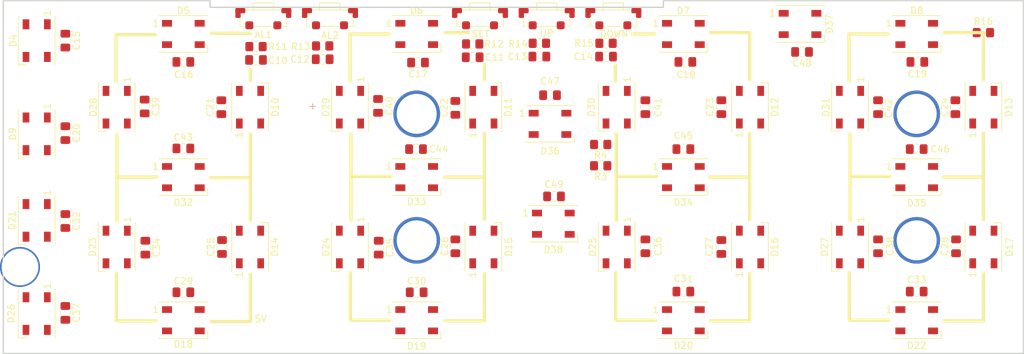
<source format=kicad_pcb>
(kicad_pcb (version 20211014) (generator pcbnew)
  (layers (0 "F.Cu" signal) (31 "B.Cu" signal) (34 "B.Paste" user) (35 "F.Paste" user) (36 "B.SilkS" user "B.Silkscreen") (37 "F.SilkS" user "F.Silkscreen") (38 "B.Mask" user) (39 "F.Mask" user) (44 "Edge.Cuts" user))
  (net 0 "")
  (net 1 "GND")
  (net 2 "+5V")
  (net 3 "BT_ALARM1")
  (net 4 "BT_SETUP")
  (net 5 "BT_ALARM2")
  (net 6 "BT_UP")
  (net 7 "BT_DOWN")
  (net 8 "Net-(D4-Pad2)")
  (net 9 "connect_6")
  (net 10 "Net-(D10-Pad4)")
  (net 11 "connect_5")
  (net 12 "Net-(D11-Pad4)")
  (net 13 "connect_4")
  (net 14 "Net-(D12-Pad4)")
  (net 15 "connect_2")
  (net 16 "Net-(D13-Pad4)")
  (net 17 "Net-(D8-Pad4)")
  (net 18 "connect_7")
  (net 19 "Net-(D10-Pad2)")
  (net 20 "Net-(D11-Pad2)")
  (net 21 "Net-(D12-Pad2)")
  (net 22 "Net-(D13-Pad2)")
  (net 23 "Net-(D14-Pad2)")
  (net 24 "Net-(D15-Pad2)")
  (net 25 "Net-(D16-Pad2)")
  (net 26 "Net-(D17-Pad2)")
  (net 27 "Net-(D18-Pad2)")
  (net 28 "Net-(D19-Pad2)")
  (net 29 "Net-(D20-Pad2)")
  (net 30 "Net-(D21-Pad2)")
  (net 31 "Net-(D22-Pad2)")
  (net 32 "Net-(D23-Pad2)")
  (net 33 "Net-(D24-Pad2)")
  (net 34 "Net-(D25-Pad2)")
  (net 35 "Net-(D27-Pad2)")
  (net 36 "Net-(D28-Pad2)")
  (net 37 "Net-(D29-Pad2)")
  (net 38 "Net-(D30-Pad2)")
  (net 39 "Net-(D31-Pad2)")
  (net 40 "connect_3")
  (net 41 "connect_1")
  (net 42 "Net-(D36-Pad2)")
  (net 43 "SDA")
  (net 44 "SCL")
  (net 45 "ControlLed")
  (footprint "Button_Switch_SMD:SW_Push_1P1T-3x6" (layer "F.Cu") (at 101.5 22.4)
    (fp_text reference "UP1" hide)
    (fp_text value "SW_Push" hide)
    (pad "" smd roundrect locked (at 3.45 -0.9) (size 1.5 0.8) (layers "F.Cu" "F.Paste" "F.Mask"))
    (pad "" smd roundrect locked (at -3.45 -0.9) (size 1.5 0.8) (layers "F.Cu" "F.Paste" "F.Mask"))
    (pad "" smd roundrect locked (at 3.8 -0.55) (size 0.8 1.5) (layers "F.Cu" "F.Paste" "F.Mask"))
    (pad "" smd roundrect locked (at -3.8 -0.55) (size 0.8 1.5) (layers "F.Cu" "F.Paste" "F.Mask"))
    (pad "" np_thru_hole circle locked (at 1.15 0) (size 0.8 0.8) (drill 0.8) (layers F&B.Cu *.Mask))
    (pad "" np_thru_hole circle locked (at -1.15 0) (size 0.8 0.8) (drill 0.8) (layers F&B.Cu *.Mask))
    (pad "1" smd roundrect locked (at -2.1 1.3) (size 1.2 1.2) (layers "F.Cu" "F.Paste" "F.Mask") (net 6 "BT_UP"))
    (pad "2" smd roundrect locked (at 2.1 1.3) (size 1.2 1.2) (layers "F.Cu" "F.Paste" "F.Mask") (net 1 "GND"))
  )
  (footprint "LED_SMD:LED_WS2812B_PLCC4_5.0x5.0mm_P3.2mm" (layer "F.Cu") (at 112 57 -90)
    (fp_text reference "D25" (at 0 3.6 90) (layer "F.SilkS"))
    (fp_text value "WS2812B" hide)
    (fp_text user "1" (at -4.15 -1.6 90) (layer "F.SilkS"))
    (pad "1" smd rect locked (at -2.45 -1.6 270) (size 1.5 1) (layers "F.Cu" "F.Paste" "F.Mask") (net 2 "+5V"))
    (pad "2" smd rect locked (at -2.45 1.6 270) (size 1.5 1) (layers "F.Cu" "F.Paste" "F.Mask") (net 34 "Net-(D25-Pad2)"))
    (pad "3" smd rect locked (at 2.45 1.6 270) (size 1.5 1) (layers "F.Cu" "F.Paste" "F.Mask") (net 1 "GND"))
    (pad "4" smd rect locked (at 2.45 -1.6 270) (size 1.5 1) (layers "F.Cu" "F.Paste" "F.Mask") (net 29 "Net-(D20-Pad2)"))
  )
  (footprint "Capacitor_SMD:C_0805_2012Metric_Pad1.18x1.45mm_HandSolder" (layer "F.Cu") (at 157 42.3)
    (fp_text reference "C46" (at 3.5 0) (layer "F.SilkS"))
    (fp_text value "100nF" hide)
    (pad "1" smd roundrect locked (at -1.0375 0) (size 1.175 1.45) (layers "F.Cu" "F.Paste" "F.Mask") (roundrect_rratio 0.2127659574) (net 2 "+5V"))
    (pad "2" smd roundrect locked (at 1.0375 0) (size 1.175 1.45) (layers "F.Cu" "F.Paste" "F.Mask") (roundrect_rratio 0.2127659574) (net 1 "GND"))
  )
  (footprint "Capacitor_SMD:C_0805_2012Metric_Pad1.18x1.45mm_HandSolder" (layer "F.Cu") (at 82 63.8)
    (fp_text reference "C30" (at 0 -1.68) (layer "F.SilkS"))
    (fp_text value "100nF" hide)
    (pad "1" smd roundrect (at -1.0375 0) (size 1.175 1.45) (layers "F.Cu" "F.Paste" "F.Mask") (roundrect_rratio 0.2127659574) (net 2 "+5V"))
    (pad "2" smd roundrect (at 1.0375 0) (size 1.175 1.45) (layers "F.Cu" "F.Paste" "F.Mask") (roundrect_rratio 0.2127659574) (net 1 "GND"))
  )
  (footprint "Capacitor_SMD:C_0805_2012Metric_Pad1.18x1.45mm_HandSolder" (layer "F.Cu") (at 110.4 28.4 180)
    (fp_text reference "C14" (at 3.4 0) (layer "F.SilkS"))
    (fp_text value "100nF")
    (pad "1" smd roundrect (at -1.0375 0 180) (size 1.175 1.45) (layers "F.Cu" "F.Paste" "F.Mask") (roundrect_rratio 0.2127659574) (net 1 "GND"))
    (pad "2" smd roundrect (at 1.0375 0 180) (size 1.175 1.45) (layers "F.Cu" "F.Paste" "F.Mask") (roundrect_rratio 0.2127659574) (net 7 "BT_DOWN"))
  )
  (footprint "LED_SMD:LED_WS2812B_PLCC4_5.0x5.0mm_P3.2mm" (layer "F.Cu") (at 132 57 90)
    (fp_text reference "D16" (at 0 3.7 90) (layer "F.SilkS"))
    (fp_text value "WS2812B" hide)
    (fp_text user "1" (at -4.15 -1.6 90) (layer "F.SilkS"))
    (pad "1" smd rect locked (at -2.45 -1.6 90) (size 1.5 1) (layers "F.Cu" "F.Paste" "F.Mask") (net 2 "+5V"))
    (pad "2" smd rect locked (at -2.45 1.6 90) (size 1.5 1) (layers "F.Cu" "F.Paste" "F.Mask") (net 25 "Net-(D16-Pad2)"))
    (pad "3" smd rect locked (at 2.45 1.6 90) (size 1.5 1) (layers "F.Cu" "F.Paste" "F.Mask") (net 1 "GND"))
    (pad "4" smd rect locked (at 2.45 -1.6 90) (size 1.5 1) (layers "F.Cu" "F.Paste" "F.Mask") (net 21 "Net-(D12-Pad2)"))
  )
  (footprint "LED_SMD:LED_WS2812B_PLCC4_5.0x5.0mm_P3.2mm" (layer "F.Cu") (at 167 57 90)
    (fp_text reference "D17" (at 0 3.9 90) (layer "F.SilkS"))
    (fp_text value "WS2812B" hide)
    (fp_text user "1" (at -4.15 -1.6 90) (layer "F.SilkS"))
    (pad "1" smd rect locked (at -2.45 -1.6 90) (size 1.5 1) (layers "F.Cu" "F.Paste" "F.Mask") (net 2 "+5V"))
    (pad "2" smd rect locked (at -2.45 1.6 90) (size 1.5 1) (layers "F.Cu" "F.Paste" "F.Mask") (net 26 "Net-(D17-Pad2)"))
    (pad "3" smd rect locked (at 2.45 1.6 90) (size 1.5 1) (layers "F.Cu" "F.Paste" "F.Mask") (net 1 "GND"))
    (pad "4" smd rect locked (at 2.45 -1.6 90) (size 1.5 1) (layers "F.Cu" "F.Paste" "F.Mask") (net 22 "Net-(D13-Pad2)"))
  )
  (footprint "LED_SMD:LED_WS2812B_PLCC4_5.0x5.0mm_P3.2mm" (layer "F.Cu") (at 37 36 -90)
    (fp_text reference "D28" (at 0 3.5 90) (layer "F.SilkS"))
    (fp_text value "WS2812B" hide)
    (fp_text user "1" (at -4.15 -1.6 90) (layer "F.SilkS"))
    (pad "1" smd rect locked (at -2.45 -1.6 270) (size 1.5 1) (layers "F.Cu" "F.Paste" "F.Mask") (net 2 "+5V"))
    (pad "2" smd rect locked (at -2.45 1.6 270) (size 1.5 1) (layers "F.Cu" "F.Paste" "F.Mask") (net 36 "Net-(D28-Pad2)"))
    (pad "3" smd rect locked (at 2.45 1.6 270) (size 1.5 1) (layers "F.Cu" "F.Paste" "F.Mask") (net 1 "GND"))
    (pad "4" smd rect locked (at 2.45 -1.6 270) (size 1.5 1) (layers "F.Cu" "F.Paste" "F.Mask") (net 32 "Net-(D23-Pad2)"))
  )
  (footprint "Capacitor_SMD:C_0805_2012Metric_Pad1.18x1.45mm_HandSolder" (layer "F.Cu") (at 122 42.3)
    (fp_text reference "C45" (at 0 -2) (layer "F.SilkS"))
    (fp_text value "100nF" hide)
    (pad "1" smd roundrect (at -1.0375 0) (size 1.175 1.45) (layers "F.Cu" "F.Paste" "F.Mask") (roundrect_rratio 0.2127659574) (net 2 "+5V"))
    (pad "2" smd roundrect (at 1.0375 0) (size 1.175 1.45) (layers "F.Cu" "F.Paste" "F.Mask") (roundrect_rratio 0.2127659574) (net 1 "GND"))
  )
  (footprint "LED_SMD:LED_WS2812B_PLCC4_5.0x5.0mm_P3.2mm" (layer "F.Cu") (at 122 68)
    (fp_text reference "D20" (at 0 3.8) (layer "F.SilkS"))
    (fp_text value "WS2812B" hide)
    (fp_text user "1" (at -4.15 -1.6) (layer "F.SilkS"))
    (pad "1" smd rect locked (at -2.45 -1.6) (size 1.5 1) (layers "F.Cu" "F.Paste" "F.Mask") (net 2 "+5V"))
    (pad "2" smd rect locked (at -2.45 1.6) (size 1.5 1) (layers "F.Cu" "F.Paste" "F.Mask") (net 29 "Net-(D20-Pad2)"))
    (pad "3" smd rect locked (at 2.45 1.6) (size 1.5 1) (layers "F.Cu" "F.Paste" "F.Mask") (net 1 "GND"))
    (pad "4" smd rect locked (at 2.45 -1.6) (size 1.5 1) (layers "F.Cu" "F.Paste" "F.Mask") (net 25 "Net-(D16-Pad2)"))
  )
  (footprint "LED_SMD:LED_WS2812B_PLCC4_5.0x5.0mm_P3.2mm" (layer "F.Cu") (at 25 53 -90)
    (fp_text reference "D21" (at 0 3.7 90) (layer "F.SilkS"))
    (fp_text value "WS2812B" hide)
    (fp_text user "1" (at -4.15 -1.6 90) (layer "F.SilkS"))
    (pad "1" smd rect locked (at -2.45 -1.6 270) (size 1.5 1) (layers "F.Cu" "F.Paste" "F.Mask") (net 2 "+5V"))
    (pad "2" smd rect locked (at -2.45 1.6 270) (size 1.5 1) (layers "F.Cu" "F.Paste" "F.Mask") (net 30 "Net-(D21-Pad2)"))
    (pad "3" smd rect locked (at 2.45 1.6 270) (size 1.5 1) (layers "F.Cu" "F.Paste" "F.Mask") (net 1 "GND"))
    (pad "4" smd rect locked (at 2.45 -1.6 270) (size 1.5 1) (layers "F.Cu" "F.Paste" "F.Mask") (net 18 "connect_7"))
  )
  (footprint "Capacitor_SMD:C_0805_2012Metric_Pad1.18x1.45mm_HandSolder" (layer "F.Cu") (at 162.8 36 90)
    (fp_text reference "C24" (at 0 -1.6 90) (layer "F.SilkS"))
    (fp_text value "100nF" hide)
    (pad "1" smd roundrect locked (at -1.0375 0 90) (size 1.175 1.45) (layers "F.Cu" "F.Paste" "F.Mask") (roundrect_rratio 0.2127659574) (net 2 "+5V"))
    (pad "2" smd roundrect locked (at 1.0375 0 90) (size 1.175 1.45) (layers "F.Cu" "F.Paste" "F.Mask") (roundrect_rratio 0.2127659574) (net 1 "GND"))
  )
  (footprint "Resistor_SMD:R_0805_2012Metric_Pad1.20x1.40mm_HandSolder" (layer "F.Cu") (at 167 24.8 180)
    (fp_text reference "R16" (at 0 1.7) (layer "F.SilkS"))
    (fp_text value "330")
    (pad "1" smd roundrect locked (at -1 0 180) (size 1.2 1.4) (layers "F.Cu" "F.Paste" "F.Mask") (roundrect_rratio 0.2083333333) (net 45 "ControlLed"))
    (pad "2" smd roundrect locked (at 1 0 180) (size 1.2 1.4) (layers "F.Cu" "F.Paste" "F.Mask") (roundrect_rratio 0.2083333333) (net 17 "Net-(D8-Pad4)"))
  )
  (footprint "Resistor_SMD:R_0805_2012Metric_Pad1.20x1.40mm_HandSolder" (layer "F.Cu") (at 109.6 44.8 180)
    (fp_text reference "R3" (at 0 -1.65) (layer "F.SilkS"))
    (fp_text value "10K" hide)
    (pad "1" smd roundrect (at -1 0 180) (size 1.2 1.4) (layers "F.Cu" "F.Paste" "F.Mask") (roundrect_rratio 0.2083333333) (net 43 "SDA"))
    (pad "2" smd roundrect (at 1 0 180) (size 1.2 1.4) (layers "F.Cu" "F.Paste" "F.Mask") (roundrect_rratio 0.2083333333) (net 2 "+5V"))
  )
  (footprint "Capacitor_SMD:C_0805_2012Metric_Pad1.18x1.45mm_HandSolder" (layer "F.Cu") (at 82.2 29.3)
    (fp_text reference "C17" (at 0 1.7) (layer "F.SilkS"))
    (fp_text value "100nF" hide)
    (pad "1" smd roundrect (at -1.0375 0) (size 1.175 1.45) (layers "F.Cu" "F.Paste" "F.Mask") (roundrect_rratio 0.2127659574) (net 2 "+5V"))
    (pad "2" smd roundrect (at 1.0375 0) (size 1.175 1.45) (layers "F.Cu" "F.Paste" "F.Mask") (roundrect_rratio 0.2127659574) (net 1 "GND"))
  )
  (footprint "Capacitor_SMD:C_0805_2012Metric_Pad1.18x1.45mm_HandSolder" (layer "F.Cu") (at 122.3 29.2)
    (fp_text reference "C18" (at 0.1 1.9) (layer "F.SilkS"))
    (fp_text value "100nF" hide)
    (pad "1" smd roundrect (at -1.0375 0) (size 1.175 1.45) (layers "F.Cu" "F.Paste" "F.Mask") (roundrect_rratio 0.2127659574) (net 2 "+5V"))
    (pad "2" smd roundrect (at 1.0375 0) (size 1.175 1.45) (layers "F.Cu" "F.Paste" "F.Mask") (roundrect_rratio 0.2127659574) (net 1 "GND"))
  )
  (footprint "Capacitor_SMD:C_0805_2012Metric_Pad1.18x1.45mm_HandSolder" (layer "F.Cu") (at 116.3 36 -90)
    (fp_text reference "C41" (at 0 -1.9 90) (layer "F.SilkS"))
    (fp_text value "100nF" hide)
    (pad "1" smd roundrect (at -1.0375 0 270) (size 1.175 1.45) (layers "F.Cu" "F.Paste" "F.Mask") (roundrect_rratio 0.2127659574) (net 2 "+5V"))
    (pad "2" smd roundrect (at 1.0375 0 270) (size 1.175 1.45) (layers "F.Cu" "F.Paste" "F.Mask") (roundrect_rratio 0.2127659574) (net 1 "GND"))
  )
  (footprint "Button_Switch_SMD:SW_Push_1P1T-3x6" (layer "F.Cu") (at 111.5 22.4)
    (fp_text reference "DOWN1" hide)
    (fp_text value "SW_Push" hide)
    (pad "" np_thru_hole circle locked (at -1.15 0) (size 0.8 0.8) (drill 0.8) (layers F&B.Cu *.Mask))
    (pad "" smd roundrect locked (at 3.45 -0.9) (size 1.5 0.8) (layers "F.Cu" "F.Paste" "F.Mask"))
    (pad "" smd roundrect locked (at -3.8 -0.55) (size 0.8 1.5) (layers "F.Cu" "F.Paste" "F.Mask"))
    (pad "" np_thru_hole circle locked (at 1.15 0) (size 0.8 0.8) (drill 0.8) (layers F&B.Cu *.Mask))
    (pad "" smd roundrect locked (at 3.8 -0.55) (size 0.8 1.5) (layers "F.Cu" "F.Paste" "F.Mask"))
    (pad "" smd roundrect locked (at -3.45 -0.9) (size 1.5 0.8) (layers "F.Cu" "F.Paste" "F.Mask"))
    (pad "1" smd roundrect locked (at -2.1 1.3) (size 1.2 1.2) (layers "F.Cu" "F.Paste" "F.Mask") (net 7 "BT_DOWN"))
    (pad "2" smd roundrect locked (at 2.1 1.3) (size 1.2 1.2) (layers "F.Cu" "F.Paste" "F.Mask") (net 1 "GND"))
  )
  (footprint "LED_SMD:LED_WS2812B_PLCC4_5.0x5.0mm_P3.2mm" (layer "F.Cu") (at 82 46.5)
    (fp_text reference "D33" (at 0 3.7) (layer "F.SilkS"))
    (fp_text value "WS2812B" hide)
    (fp_text user "1" (at -4.15 -1.6) (layer "F.SilkS"))
    (pad "1" smd rect locked (at -2.45 -1.6) (size 1.5 1) (layers "F.Cu" "F.Paste" "F.Mask") (net 2 "+5V"))
    (pad "2" smd rect locked (at -2.45 1.6) (size 1.5 1) (layers "F.Cu" "F.Paste" "F.Mask") (net 11 "connect_5"))
    (pad "3" smd rect locked (at 2.45 1.6) (size 1.5 1) (layers "F.Cu" "F.Paste" "F.Mask") (net 1 "GND"))
    (pad "4" smd rect locked (at 2.45 -1.6) (size 1.5 1) (layers "F.Cu" "F.Paste" "F.Mask") (net 37 "Net-(D29-Pad2)"))
  )
  (footprint "Capacitor_SMD:C_0805_2012Metric_Pad1.18x1.45mm_HandSolder" (layer "F.Cu") (at 90.4 28.5 180)
    (fp_text reference "C11" (at -3.3 0) (layer "F.SilkS"))
    (fp_text value "100nF")
    (pad "1" smd roundrect (at -1.0375 0 180) (size 1.175 1.45) (layers "F.Cu" "F.Paste" "F.Mask") (roundrect_rratio 0.2127659574) (net 1 "GND"))
    (pad "2" smd roundrect (at 1.0375 0 180) (size 1.175 1.45) (layers "F.Cu" "F.Paste" "F.Mask") (roundrect_rratio 0.2127659574) (net 4 "BT_SETUP"))
  )
  (footprint "LED_SMD:LED_WS2812B_PLCC4_5.0x5.0mm_P3.2mm" (layer "F.Cu") (at 47 68)
    (fp_text reference "D18" (at 0 3.6) (layer "F.SilkS"))
    (fp_text value "WS2812B" hide)
    (fp_text user "1" (at -4.15 -1.6) (layer "F.SilkS"))
    (pad "1" smd rect locked (at -2.45 -1.6) (size 1.5 1) (layers "F.Cu" "F.Paste" "F.Mask") (net 2 "+5V"))
    (pad "2" smd rect locked (at -2.45 1.6) (size 1.5 1) (layers "F.Cu" "F.Paste" "F.Mask") (net 27 "Net-(D18-Pad2)"))
    (pad "3" smd rect locked (at 2.45 1.6) (size 1.5 1) (layers "F.Cu" "F.Paste" "F.Mask") (net 1 "GND"))
    (pad "4" smd rect locked (at 2.45 -1.6) (size 1.5 1) (layers "F.Cu" "F.Paste" "F.Mask") (net 23 "Net-(D14-Pad2)"))
  )
  (footprint "Capacitor_SMD:C_0805_2012Metric_Pad1.18x1.45mm_HandSolder" (layer "F.Cu") (at 102.6 49.4)
    (fp_text reference "C49" (at 0 -1.8) (layer "F.SilkS"))
    (fp_text value "100nF" hide)
    (pad "1" smd roundrect (at -1.0375 0) (size 1.175 1.45) (layers "F.Cu" "F.Paste" "F.Mask") (roundrect_rratio 0.2127659574) (net 2 "+5V"))
    (pad "2" smd roundrect (at 1.0375 0) (size 1.175 1.45) (layers "F.Cu" "F.Paste" "F.Mask") (roundrect_rratio 0.2127659574) (net 1 "GND"))
  )
  (footprint "LED_SMD:LED_WS2812B_PLCC4_5.0x5.0mm_P3.2mm" (layer "F.Cu") (at 157 46.5)
    (fp_text reference "D35" (at 0 3.9) (layer "F.SilkS"))
    (fp_text value "WS2812B" hide)
    (fp_text user "1" (at -4.15 -1.6) (layer "F.SilkS"))
    (pad "1" smd rect locked (at -2.45 -1.6) (size 1.5 1) (layers "F.Cu" "F.Paste" "F.Mask") (net 2 "+5V"))
    (pad "2" smd rect locked (at -2.45 1.6) (size 1.5 1) (layers "F.Cu" "F.Paste" "F.Mask") (net 41 "connect_1"))
    (pad "3" smd rect locked (at 2.45 1.6) (size 1.5 1) (layers "F.Cu" "F.Paste" "F.Mask") (net 1 "GND"))
    (pad "4" smd rect locked (at 2.45 -1.6) (size 1.5 1) (layers "F.Cu" "F.Paste" "F.Mask") (net 39 "Net-(D31-Pad2)"))
  )
  (footprint "LED_SMD:LED_WS2812B_PLCC4_5.0x5.0mm_P3.2mm" (layer "F.Cu") (at 112 36 -90)
    (fp_text reference "D30" (at 0 3.8 90) (layer "F.SilkS"))
    (fp_text value "WS2812B" hide)
    (fp_text user "1" (at -4.15 -1.6 90) (layer "F.SilkS"))
    (pad "1" smd rect locked (at -2.45 -1.6 270) (size 1.5 1) (layers "F.Cu" "F.Paste" "F.Mask") (net 2 "+5V"))
    (pad "2" smd rect locked (at -2.45 1.6 270) (size 1.5 1) (layers "F.Cu" "F.Paste" "F.Mask") (net 38 "Net-(D30-Pad2)"))
    (pad "3" smd rect locked (at 2.45 1.6 270) (size 1.5 1) (layers "F.Cu" "F.Paste" "F.Mask") (net 1 "GND"))
    (pad "4" smd rect locked (at 2.45 -1.6 270) (size 1.5 1) (layers "F.Cu" "F.Paste" "F.Mask") (net 34 "Net-(D25-Pad2)"))
  )
  (footprint "LED_SMD:LED_WS2812B_PLCC4_5.0x5.0mm_P3.2mm" (layer "F.Cu") (at 167 36 90)
    (fp_text reference "D13" (at 0 3.8 90) (layer "F.SilkS"))
    (fp_text value "WS2812B" hide)
    (fp_text user "1" (at -4.15 -1.6 90) (layer "F.SilkS"))
    (pad "1" smd rect locked (at -2.45 -1.6 90) (size 1.5 1) (layers "F.Cu" "F.Paste" "F.Mask") (net 2 "+5V"))
    (pad "2" smd rect locked (at -2.45 1.6 90) (size 1.5 1) (layers "F.Cu" "F.Paste" "F.Mask") (net 22 "Net-(D13-Pad2)"))
    (pad "3" smd rect locked (at 2.45 1.6 90) (size 1.5 1) (layers "F.Cu" "F.Paste" "F.Mask") (net 1 "GND"))
    (pad "4" smd rect locked (at 2.45 -1.6 90) (size 1.5 1) (layers "F.Cu" "F.Paste" "F.Mask") (net 16 "Net-(D13-Pad4)"))
  )
  (footprint "Resistor_SMD:R_0805_2012Metric_Pad1.20x1.40mm_HandSolder" (layer "F.Cu") (at 67.9 26.8)
    (fp_text reference "R13" (at -3.3 0.1) (layer "F.SilkS"))
    (fp_text value "100")
    (pad "1" smd roundrect (at -1 0) (size 1.2 1.4) (layers "F.Cu" "F.Paste" "F.Mask") (roundrect_rratio 0.2083333333) (net 5 "BT_ALARM2"))
    (pad "2" smd roundrect (at 1 0) (size 1.2 1.4) (layers "F.Cu" "F.Paste" "F.Mask") (roundrect_rratio 0.2083333333) (net 2 "+5V"))
  )
  (footprint "Button_Switch_SMD:SW_Push_1P1T-3x6" (layer "F.Cu") (at 69 22.4)
    (fp_text reference "AL2" hide)
    (fp_text value "SW_Push" hide)
    (pad "" np_thru_hole circle locked (at -1.15 0) (size 0.8 0.8) (drill 0.8) (layers F&B.Cu *.Mask))
    (pad "" smd roundrect locked (at 3.45 -0.9) (size 1.5 0.8) (layers "F.Cu" "F.Paste" "F.Mask"))
    (pad "" smd roundrect locked (at 3.8 -0.55) (size 0.8 1.5) (layers "F.Cu" "F.Paste" "F.Mask"))
    (pad "" smd roundrect locked (at -3.45 -0.9) (size 1.5 0.8) (layers "F.Cu" "F.Paste" "F.Mask"))
    (pad "" smd roundrect locked (at -3.8 -0.55) (size 0.8 1.5) (layers "F.Cu" "F.Paste" "F.Mask"))
    (pad "" np_thru_hole circle locked (at 1.15 0) (size 0.8 0.8) (drill 0.8) (layers F&B.Cu *.Mask))
    (pad "1" smd roundrect locked (at -2.1 1.3) (size 1.2 1.2) (layers "F.Cu" "F.Paste" "F.Mask") (net 5 "BT_ALARM2"))
    (pad "2" smd roundrect locked (at 2.1 1.3) (size 1.2 1.2) (layers "F.Cu" "F.Paste" "F.Mask") (net 1 "GND"))
  )
  (footprint "LED_SMD:LED_WS2812B_PLCC4_5.0x5.0mm_P3.2mm" (layer "F.Cu") (at 132 36 90)
    (fp_text reference "D12" (at 0 3.7 90) (layer "F.SilkS"))
    (fp_text value "WS2812B" hide)
    (fp_text user "1" (at -4.15 -1.6 90) (layer "F.SilkS"))
    (pad "1" smd rect locked (at -2.45 -1.6 90) (size 1.5 1) (layers "F.Cu" "F.Paste" "F.Mask") (net 2 "+5V"))
    (pad "2" smd rect locked (at -2.45 1.6 90) (size 1.5 1) (layers "F.Cu" "F.Paste" "F.Mask") (net 21 "Net-(D12-Pad2)"))
    (pad "3" smd rect locked (at 2.45 1.6 90) (size 1.5 1) (layers "F.Cu" "F.Paste" "F.Mask") (net 1 "GND"))
    (pad "4" smd rect locked (at 2.45 -1.6 90) (size 1.5 1) (layers "F.Cu" "F.Paste" "F.Mask") (net 14 "Net-(D12-Pad4)"))
  )
  (footprint "Capacitor_SMD:C_0805_2012Metric_Pad1.18x1.45mm_HandSolder" (layer "F.Cu") (at 57.9 28.9 180)
    (fp_text reference "C10" (at -3.3 -0.1) (layer "F.SilkS"))
    (fp_text value "100nF")
    (pad "1" smd roundrect (at -1.0375 0 180) (size 1.175 1.45) (layers "F.Cu" "F.Paste" "F.Mask") (roundrect_rratio 0.2127659574) (net 1 "GND"))
    (pad "2" smd roundrect (at 1.0375 0 180) (size 1.175 1.45) (layers "F.Cu" "F.Paste" "F.Mask") (roundrect_rratio 0.2127659574) (net 3 "BT_ALARM1"))
  )
  (footprint "Capacitor_SMD:C_0805_2012Metric_Pad1.18x1.45mm_HandSolder" (layer "F.Cu") (at 162.9 56.9 90)
    (fp_text reference "C28" (at 0 -1.7 90) (layer "F.SilkS"))
    (fp_text value "100nF" hide)
    (pad "1" smd roundrect locked (at -1.0375 0 90) (size 1.175 1.45) (layers "F.Cu" "F.Paste" "F.Mask") (roundrect_rratio 0.2127659574) (net 2 "+5V"))
    (pad "2" smd roundrect locked (at 1.0375 0 90) (size 1.175 1.45) (layers "F.Cu" "F.Paste" "F.Mask") (roundrect_rratio 0.2127659574) (net 1 "GND"))
  )
  (footprint "Capacitor_SMD:C_0805_2012Metric_Pad1.18x1.45mm_HandSolder" (layer "F.Cu") (at 29.3 26 -90)
    (fp_text reference "C15" (at 0 -1.68 90) (layer "F.SilkS"))
    (fp_text value "100nF" hide)
    (pad "1" smd roundrect (at -1.0375 0 270) (size 1.175 1.45) (layers "F.Cu" "F.Paste" "F.Mask") (roundrect_rratio 0.2127659574) (net 2 "+5V"))
    (pad "2" smd roundrect (at 1.0375 0 270) (size 1.175 1.45) (layers "F.Cu" "F.Paste" "F.Mask") (roundrect_rratio 0.2127659574) (net 1 "GND"))
  )
  (footprint "Capacitor_SMD:C_0805_2012Metric_Pad1.18x1.45mm_HandSolder" (layer "F.Cu") (at 29.3 53.1 -90)
    (fp_text reference "C32" (at 0 -1.68 90) (layer "F.SilkS"))
    (fp_text value "100nF" hide)
    (pad "1" smd roundrect (at -1.0375 0 270) (size 1.175 1.45) (layers "F.Cu" "F.Paste" "F.Mask") (roundrect_rratio 0.2127659574) (net 2 "+5V"))
    (pad "2" smd roundrect (at 1.0375 0 270) (size 1.175 1.45) (layers "F.Cu" "F.Paste" "F.Mask") (roundrect_rratio 0.2127659574) (net 1 "GND"))
  )
  (footprint "Capacitor_SMD:C_0805_2012Metric_Pad1.18x1.45mm_HandSolder" (layer "F.Cu") (at 116.3 56.9 -90)
    (fp_text reference "C36" (at 0 -1.9 90) (layer "F.SilkS"))
    (fp_text value "100nF" hide)
    (pad "1" smd roundrect (at -1.0375 0 270) (size 1.175 1.45) (layers "F.Cu" "F.Paste" "F.Mask") (roundrect_rratio 0.2127659574) (net 2 "+5V"))
    (pad "2" smd roundrect (at 1.0375 0 270) (size 1.175 1.45) (layers "F.Cu" "F.Paste" "F.Mask") (roundrect_rratio 0.2127659574) (net 1 "GND"))
  )
  (footprint "Capacitor_SMD:C_0805_2012Metric_Pad1.18x1.45mm_HandSolder" (layer "F.Cu") (at 41.2 35.9 -90)
    (fp_text reference "C39" (at 0 -1.68 90) (layer "F.SilkS"))
    (fp_text value "100nF" hide)
    (pad "1" smd roundrect (at -1.0375 0 270) (size 1.175 1.45) (layers "F.Cu" "F.Paste" "F.Mask") (roundrect_rratio 0.2127659574) (net 2 "+5V"))
    (pad "2" smd roundrect (at 1.0375 0 270) (size 1.175 1.45) (layers "F.Cu" "F.Paste" "F.Mask") (roundrect_rratio 0.2127659574) (net 1 "GND"))
  )
  (footprint "Resistor_SMD:R_0805_2012Metric_Pad1.20x1.40mm_HandSolder" (layer "F.Cu") (at 57.9 26.9)
    (fp_text reference "R11" (at 3.3 0) (layer "F.SilkS"))
    (fp_text value "100")
    (pad "1" smd roundrect (at -1 0) (size 1.2 1.4) (layers "F.Cu" "F.Paste" "F.Mask") (roundrect_rratio 0.2083333333) (net 3 "BT_ALARM1"))
    (pad "2" smd roundrect (at 1 0) (size 1.2 1.4) (layers "F.Cu" "F.Paste" "F.Mask") (roundrect_rratio 0.2083333333) (net 2 "+5V"))
  )
  (footprint "LED_SMD:LED_WS2812B_PLCC4_5.0x5.0mm_P3.2mm" (layer "F.Cu") (at 25 40 -90)
    (fp_text reference "D9" (at 0 3.6 90) (layer "F.SilkS"))
    (fp_text value "WS2812B" hide)
    (fp_text user "1" (at -4.15 -1.6 90) (layer "F.SilkS"))
    (pad "1" smd rect (at -2.45 -1.6 270) (size 1.5 1) (layers "F.Cu" "F.Paste" "F.Mask") (net 2 "+5V"))
    (pad "2" smd rect (at -2.45 1.6 270) (size 1.5 1) (layers "F.Cu" "F.Paste" "F.Mask") (net 18 "connect_7"))
    (pad "3" smd rect (at 2.45 1.6 270) (size 1.5 1) (layers "F.Cu" "F.Paste" "F.Mask") (net 1 "GND"))
    (pad "4" smd rect (at 2.45 -1.6 270) (size 1.5 1) (layers "F.Cu" "F.Paste" "F.Mask") (net 8 "Net-(D4-Pad2)"))
  )
  (footprint "LED_SMD:LED_WS2812B_PLCC4_5.0x5.0mm_P3.2mm" (layer "F.Cu") (at 47 25)
    (fp_text reference "D5" (at 0 -3.5) (layer "F.SilkS"))
    (fp_text value "WS2812B" hide)
    (fp_text user "1" (at -4.15 -1.6) (layer "F.SilkS"))
    (pad "1" smd rect locked (at -2.45 -1.6) (size 1.5 1) (layers "F.Cu" "F.Paste" "F.Mask") (net 2 "+5V"))
    (pad "2" smd rect locked (at -2.45 1.6) (size 1.5 1) (layers "F.Cu" "F.Paste" "F.Mask") (net 10 "Net-(D10-Pad4)"))
    (pad "3" smd rect locked (at 2.45 1.6) (size 1.5 1) (layers "F.Cu" "F.Paste" "F.Mask") (net 1 "GND"))
    (pad "4" smd rect locked (at 2.45 -1.6) (size 1.5 1) (layers "F.Cu" "F.Paste" "F.Mask") (net 11 "connect_5"))
  )
  (footprint "Capacitor_SMD:C_0805_2012Metric_Pad1.18x1.45mm_HandSolder" (layer "F.Cu") (at 102 34.2)
    (fp_text reference "C47" (at 0 -2.1) (layer "F.SilkS"))
    (fp_text value "100nF" hide)
    (pad "1" smd roundrect (at -1.0375 0) (size 1.175 1.45) (layers "F.Cu" "F.Paste" "F.Mask") (roundrect_rratio 0.2127659574) (net 2 "+5V"))
    (pad "2" smd roundrect (at 1.0375 0) (size 1.175 1.45) (layers "F.Cu" "F.Paste" "F.Mask") (roundrect_rratio 0.2127659574) (net 1 "GND"))
  )
  (footprint "LED_SMD:LED_WS2812B_PLCC4_5.0x5.0mm_P3.2mm" (layer "F.Cu") (at 102 38.5)
    (fp_text reference "D36" (at 0 4.1) (layer "F.SilkS"))
    (fp_text value "WS2812B" hide)
    (fp_text user "1" (at -4.15 -1.6) (layer "F.SilkS"))
    (pad "1" smd rect locked (at -2.45 -1.6) (size 1.5 1) (layers "F.Cu" "F.Paste" "F.Mask") (net 2 "+5V"))
    (pad "2" smd rect locked (at -2.45 1.6) (size 1.5 1) (layers "F.Cu" "F.Paste" "F.Mask") (net 42 "Net-(D36-Pad2)"))
    (pad "3" smd rect locked (at 2.45 1.6) (size 1.5 1) (layers "F.Cu" "F.Paste" "F.Mask") (net 1 "GND"))
    (pad "4" smd rect locked (at 2.45 -1.6) (size 1.5 1) (layers "F.Cu" "F.Paste" "F.Mask") (net 40 "connect_3"))
  )
  (footprint "Capacitor_SMD:C_0805_2012Metric_Pad1.18x1.45mm_HandSolder" (layer "F.Cu") (at 76.3 57.1 -90)
    (fp_text reference "C35" (at 0 -1.68 90) (layer "F.SilkS"))
    (fp_text value "100nF" hide)
    (pad "1" smd roundrect (at -1.0375 0 270) (size 1.175 1.45) (layers "F.Cu" "F.Paste" "F.Mask") (roundrect_rratio 0.2127659574) (net 2 "+5V"))
    (pad "2" smd roundrect (at 1.0375 0 270) (size 1.175 1.45) (layers "F.Cu" "F.Paste" "F.Mask") (roundrect_rratio 0.2127659574) (net 1 "GND"))
  )
  (footprint "LED_SMD:LED_WS2812B_PLCC4_5.0x5.0mm_P3.2mm" (layer "F.Cu") (at 82 25)
    (fp_text reference "D6" (at 0 -3.5) (layer "F.SilkS"))
    (fp_text value "WS2812B" hide)
    (fp_text user "1" (at -4.15 -1.6) (layer "F.SilkS"))
    (pad "1" smd rect locked (at -2.45 -1.6) (size 1.5 1) (layers "F.Cu" "F.Paste" "F.Mask") (net 2 "+5V"))
    (pad "2" smd rect locked (at -2.45 1.6) (size 1.5 1) (layers "F.Cu" "F.Paste" "F.Mask") (net 12 "Net-(D11-Pad4)"))
    (pad "3" smd rect locked (at 2.45 1.6) (size 1.5 1) (layers "F.Cu" "F.Paste" "F.Mask") (net 1 "GND"))
    (pad "4" smd rect locked (at 2.45 -1.6) (size 1.5 1) (layers "F.Cu" "F.Paste" "F.Mask") (net 13 "connect_4"))
  )
  (footprint "LED_SMD:LED_WS2812B_PLCC4_5.0x5.0mm_P3.2mm" (layer "F.Cu") (at 82 68)
    (fp_text reference "D19" (at 0 3.9) (layer "F.SilkS"))
    (fp_text value "WS2812B" hide)
    (fp_text user "1" (at -4.15 -1.6) (layer "F.SilkS"))
    (pad "1" smd rect (at -2.45 -1.6) (size 1.5 1) (layers "F.Cu" "F.Paste" "F.Mask") (net 2 "+5V"))
    (pad "2" smd rect (at -2.45 1.6) (size 1.5 1) (layers "F.Cu" "F.Paste" "F.Mask") (net 28 "Net-(D19-Pad2)"))
    (pad "3" smd rect (at 2.45 1.6) (size 1.5 1) (layers "F.Cu" "F.Paste" "F.Mask") (net 1 "GND"))
    (pad "4" smd rect (at 2.45 -1.6) (size 1.5 1) (layers "F.Cu" "F.Paste" "F.Mask") (net 24 "Net-(D15-Pad2)"))
  )
  (footprint "LED_SMD:LED_WS2812B_PLCC4_5.0x5.0mm_P3.2mm" (layer "F.Cu") (at 147 57 -90)
    (fp_text reference "D27" (at 0 3.8 90) (layer "F.SilkS"))
    (fp_text value "WS2812B" hide)
    (fp_text user "1" (at -4.15 -1.6 90) (layer "F.SilkS"))
    (pad "1" smd rect locked (at -2.45 -1.6 270) (size 1.5 1) (layers "F.Cu" "F.Paste" "F.Mask") (net 2 "+5V"))
    (pad "2" smd rect locked (at -2.45 1.6 270) (size 1.5 1) (layers "F.Cu" "F.Paste" "F.Mask") (net 35 "Net-(D27-Pad2)"))
    (pad "3" smd rect locked (at 2.45 1.6 270) (size 1.5 1) (layers "F.Cu" "F.Paste" "F.Mask") (net 1 "GND"))
    (pad "4" smd rect locked (at 2.45 -1.6 270) (size 1.5 1) (layers "F.Cu" "F.Paste" "F.Mask") (net 31 "Net-(D22-Pad2)"))
  )
  (footprint "Capacitor_SMD:C_0805_2012Metric_Pad1.18x1.45mm_HandSolder" (layer "F.Cu") (at 127.7 57 90)
    (fp_text reference "C27" (at 0 -1.8 90) (layer "F.SilkS"))
    (fp_text value "100nF" hide)
    (pad "1" smd roundrect (at -1.0375 0 90) (size 1.175 1.45) (layers "F.Cu" "F.Paste" "F.Mask") (roundrect_rratio 0.2127659574) (net 2 "+5V"))
    (pad "2" smd roundrect (at 1.0375 0 90) (size 1.175 1.45) (layers "F.Cu" "F.Paste" "F.Mask") (roundrect_rratio 0.2127659574) (net 1 "GND"))
  )
  (footprint "Capacitor_SMD:C_0805_2012Metric_Pad1.18x1.45mm_HandSolder" (layer "F.Cu") (at 29.3 39.9 -90)
    (fp_text reference "C20" (at 0 -1.68 90) (layer "F.SilkS"))
    (fp_text value "100nF" hide)
    (pad "1" smd roundrect (at -1.0375 0 270) (size 1.175 1.45) (layers "F.Cu" "F.Paste" "F.Mask") (roundrect_rratio 0.2127659574) (net 2 "+5V"))
    (pad "2" smd roundrect (at 1.0375 0 270) (size 1.175 1.45) (layers "F.Cu" "F.Paste" "F.Mask") (roundrect_rratio 0.2127659574) (net 1 "GND"))
  )
  (footprint "LED_SMD:LED_WS2812B_PLCC4_5.0x5.0mm_P3.2mm" (layer "F.Cu") (at 72 57 -90)
    (fp_text reference "D24" (at 0 3.6 90) (layer "F.SilkS"))
    (fp_text value "WS2812B" hide)
    (fp_text user "1" (at -4.15 -1.6 90) (layer "F.SilkS"))
    (pad "1" smd rect locked (at -2.45 -1.6 270) (size 1.5 1) (layers "F.Cu" "F.Paste" "F.Mask") (net 2 "+5V"))
    (pad "2" smd rect locked (at -2.45 1.6 270) (size 1.5 1) (layers "F.Cu" "F.Paste" "F.Mask") (net 33 "Net-(D24-Pad2)"))
    (pad "3" smd rect locked (at 2.45 1.6 270) (size 1.5 1) (layers "F.Cu" "F.Paste" "F.Mask") (net 1 "GND"))
    (pad "4" smd rect locked (at 2.45 -1.6 270) (size 1.5 1) (layers "F.Cu" "F.Paste" "F.Mask") (net 28 "Net-(D19-Pad2)"))
  )
  (footprint "Capacitor_SMD:C_0805_2012Metric_Pad1.18x1.45mm_HandSolder" (layer "F.Cu") (at 47 63.8)
    (fp_text reference "C29" (at 0 -1.68) (layer "F.SilkS"))
    (fp_text value "100nF" hide)
    (pad "1" smd roundrect (at -1.0375 0) (size 1.175 1.45) (layers "F.Cu" "F.Paste" "F.Mask") (roundrect_rratio 0.2127659574) (net 2 "+5V"))
    (pad "2" smd roundrect (at 1.0375 0) (size 1.175 1.45) (layers "F.Cu" "F.Paste" "F.Mask") (roundrect_rratio 0.2127659574) (net 1 "GND"))
  )
  (footprint "LED_SMD:LED_WS2812B_PLCC4_5.0x5.0mm_P3.2mm" (layer "F.Cu") (at 147 36 -90)
    (fp_text reference "D31" (at 0 3.6 90) (layer "F.SilkS"))
    (fp_text value "WS2812B" hide)
    (fp_text user "1" (at -4.15 -1.6 90) (layer "F.SilkS"))
    (pad "1" smd rect locked (at -2.45 -1.6 270) (size 1.5 1) (layers "F.Cu" "F.Paste" "F.Mask") (net 2 "+5V"))
    (pad "2" smd rect locked (at -2.45 1.6 270) (size 1.5 1) (layers "F.Cu" "F.Paste" "F.Mask") (net 39 "Net-(D31-Pad2)"))
    (pad "3" smd rect locked (at 2.45 1.6 270) (size 1.5 1) (layers "F.Cu" "F.Paste" "F.Mask") (net 1 "GND"))
    (pad "4" smd rect locked (at 2.45 -1.6 270) (size 1.5 1) (layers "F.Cu" "F.Paste" "F.Mask") (net 35 "Net-(D27-Pad2)"))
  )
  (footprint "Capacitor_SMD:C_0805_2012Metric_Pad1.18x1.45mm_HandSolder" (layer "F.Cu") (at 67.9 28.8 180)
    (fp_text reference "C12" (at 3.4 0) (layer "F.SilkS"))
    (fp_text value "100nF")
    (pad "1" smd roundrect (at -1.0375 0 180) (size 1.175 1.45) (layers "F.Cu" "F.Paste" "F.Mask") (roundrect_rratio 0.2127659574) (net 1 "GND"))
    (pad "2" smd roundrect (at 1.0375 0 180) (size 1.175 1.45) (layers "F.Cu" "F.Paste" "F.Mask") (roundrect_rratio 0.2127659574) (net 5 "BT_ALARM2"))
  )
  (footprint "Resistor_SMD:R_0805_2012Metric_Pad1.20x1.40mm_HandSolder" (layer "F.Cu") (at 110.4 26.4)
    (fp_text reference "R15" (at -3.3 0) (layer "F.SilkS"))
    (fp_text value "100")
    (pad "1" smd roundrect (at -1 0) (size 1.2 1.4) (layers "F.Cu" "F.Paste" "F.Mask") (roundrect_rratio 0.2083333333) (net 7 "BT_DOWN"))
    (pad "2" smd roundrect (at 1 0) (size 1.2 1.4) (layers "F.Cu" "F.Paste" "F.Mask") (roundrect_rratio 0.2083333333) (net 2 "+5V"))
  )
  (footprint "Capacitor_SMD:C_0805_2012Metric_Pad1.18x1.45mm_HandSolder" (layer "F.Cu") (at 52.7 36 90)
    (fp_text reference "C21" (at 0 -1.68 90) (layer "F.SilkS"))
    (fp_text value "100nF" hide)
    (pad "1" smd roundrect (at -1.0375 0 90) (size 1.175 1.45) (layers "F.Cu" "F.Paste" "F.Mask") (roundrect_rratio 0.2127659574) (net 2 "+5V"))
    (pad "2" smd roundrect (at 1.0375 0 90) (size 1.175 1.45) (layers "F.Cu" "F.Paste" "F.Mask") (roundrect_rratio 0.2127659574) (net 1 "GND"))
  )
  (footprint "Capacitor_SMD:C_0805_2012Metric_Pad1.18x1.45mm_HandSolder" (layer "F.Cu") (at 100.4 28.4 180)
    (fp_text reference "C13" (at 3.3 0) (layer "F.SilkS"))
    (fp_text value "100nF")
    (pad "1" smd roundrect (at -1.0375 0 180) (size 1.175 1.45) (layers "F.Cu" "F.Paste" "F.Mask") (roundrect_rratio 0.2127659574) (net 1 "GND"))
    (pad "2" smd roundrect (at 1.0375 0 180) (size 1.175 1.45) (layers "F.Cu" "F.Paste" "F.Mask") (roundrect_rratio 0.2127659574) (net 6 "BT_UP"))
  )
  (footprint "Capacitor_SMD:C_0805_2012Metric_Pad1.18x1.45mm_HandSolder" (layer "F.Cu") (at 87.8 56.9 90)
    (fp_text reference "C26" (at 0 -1.6 90) (layer "F.SilkS"))
    (fp_text value "100nF" hide)
    (pad "1" smd roundrect (at -1.0375 0 90) (size 1.175 1.45) (layers "F.Cu" "F.Paste" "F.Mask") (roundrect_rratio 0.2127659574) (net 2 "+5V"))
    (pad "2" smd roundrect (at 1.0375 0 90) (size 1.175 1.45) (layers "F.Cu" "F.Paste" "F.Mask") (roundrect_rratio 0.2127659574) (net 1 "GND"))
  )
  (footprint "Capacitor_SMD:C_0805_2012Metric_Pad1.18x1.45mm_HandSolder" (layer "F.Cu") (at 157 63.7)
    (fp_text reference "C33" (at 0 -1.8) (layer "F.SilkS"))
    (fp_text value "100nF" hide)
    (pad "1" smd roundrect locked (at -1.0375 0) (size 1.175 1.45) (layers "F.Cu" "F.Paste" "F.Mask") (roundrect_rratio 0.2127659574) (net 2 "+5V"))
    (pad "2" smd roundrect locked (at 1.0375 0) (size 1.175 1.45) (layers "F.Cu" "F.Paste" "F.Mask") (roundrect_rratio 0.2127659574) (net 1 "GND"))
  )
  (footprint "Capacitor_SMD:C_0805_2012Metric_Pad1.18x1.45mm_HandSolder" (layer "F.Cu") (at 122 63.7)
    (fp_text reference "C31" (at 0 -1.9) (layer "F.SilkS"))
    (fp_text value "100nF" hide)
    (pad "1" smd roundrect (at -1.0375 0) (size 1.175 1.45) (layers "F.Cu" "F.Paste" "F.Mask") (roundrect_rratio 0.2127659574) (net 2 "+5V"))
    (pad "2" smd roundrect (at 1.0375 0) (size 1.175 1.45) (layers "F.Cu" "F.Paste" "F.Mask") (roundrect_rratio 0.2127659574) (net 1 "GND"))
  )
  (footprint "LED_SMD:LED_WS2812B_PLCC4_5.0x5.0mm_P3.2mm" (layer "F.Cu") (at 157 68)
    (fp_text reference "D22" (at 0 3.8) (layer "F.SilkS"))
    (fp_text value "WS2812B" hide)
    (fp_text user "1" (at -4.15 -1.6) (layer "F.SilkS"))
    (pad "1" smd rect locked (at -2.45 -1.6) (size 1.5 1) (layers "F.Cu" "F.Paste" "F.Mask") (net 2 "+5V"))
    (pad "2" smd rect locked (at -2.45 1.6) (size 1.5 1) (layers "F.Cu" "F.Paste" "F.Mask") (net 31 "Net-(D22-Pad2)"))
    (pad "3" smd rect locked (at 2.45 1.6) (size 1.5 1) (layers "F.Cu" "F.Paste" "F.Mask") (net 1 "GND"))
    (pad "4" smd rect locked (at 2.45 -1.6) (size 1.5 1) (layers "F.Cu" "F.Paste" "F.Mask") (net 26 "Net-(D17-Pad2)"))
  )
  (footprint "LED_SMD:LED_WS2812B_PLCC4_5.0x5.0mm_P3.2mm" (layer "F.Cu") (at 37 57 -90)
    (fp_text reference "D23" (at 0 3.6 90) (layer "F.SilkS"))
    (fp_text value "WS2812B" hide)
    (fp_text user "1" (at -4.15 -1.6 90) (layer "F.SilkS"))
    (pad "1" smd rect locked (at -2.45 -1.6 270) (size 1.5 1) (layers "F.Cu" "F.Paste" "F.Mask") (net 2 "+5V"))
    (pad "2" smd rect locked (at -2.45 1.6 270) (size 1.5 1) (layers "F.Cu" "F.Paste" "F.Mask") (net 32 "Net-(D23-Pad2)"))
    (pad "3" smd rect locked (at 2.45 1.6 270) (size 1.5 1) (layers "F.Cu" "F.Paste" "F.Mask") (net 1 "GND"))
    (pad "4" smd rect locked (at 2.45 -1.6 270) (size 1.5 1) (layers "F.Cu" "F.Paste" "F.Mask") (net 27 "Net-(D18-Pad2)"))
  )
  (footprint "LED_SMD:LED_WS2812B_PLCC4_5.0x5.0mm_P3.2mm" (layer "F.Cu") (at 102.5 53.5)
    (fp_text reference "D38" (at 0 3.9) (layer "F.SilkS"))
    (fp_text value "WS2812B" hide)
    (fp_text user "1" (at -4.15 -1.6) (layer "F.SilkS"))
    (pad "1" smd rect locked (at -2.45 -1.6) (size 1.5 1) (layers "F.Cu" "F.Paste" "F.Mask") (net 2 "+5V"))
    (pad "2" smd rect locked (at -2.45 1.6) (size 1.5 1) (layers "F.Cu" "F.Paste" "F.Mask") (net 13 "connect_4"))
    (pad "3" smd rect locked (at 2.45 1.6) (size 1.5 1) (layers "F.Cu" "F.Paste" "F.Mask") (net 1 "GND"))
    (pad "4" smd rect locked (at 2.45 -1.6) (size 1.5 1) (layers "F.Cu" "F.Paste" "F.Mask") (net 42 "Net-(D36-Pad2)"))
  )
  (footprint "Resistor_SMD:R_0805_2012Metric_Pad1.20x1.40mm_HandSolder" (layer "F.Cu") (at 90.4 26.5)
    (fp_text reference "R12" (at 3.2 0) (layer "F.SilkS"))
    (fp_text value "100")
    (pad "1" smd roundrect (at -1 0) (size 1.2 1.4) (layers "F.Cu" "F.Paste" "F.Mask") (roundrect_rratio 0.2083333333) (net 4 "BT_SETUP"))
    (pad "2" smd roundrect (at 1 0) (size 1.2 1.4) (layers "F.Cu" "F.Paste" "F.Mask") (roundrect_rratio 0.2083333333) (net 2 "+5V"))
  )
  (footprint "Capacitor_SMD:C_0805_2012Metric_Pad1.18x1.45mm_HandSolder" (layer "F.Cu") (at 151.2 56.9 -90)
    (fp_text reference "C38" (at 0 -1.8 90) (layer "F.SilkS"))
    (fp_text value "100nF" hide)
    (pad "1" smd roundrect locked (at -1.0375 0 270) (size 1.175 1.45) (layers "F.Cu" "F.Paste" "F.Mask") (roundrect_rratio 0.2127659574) (net 2 "+5V"))
    (pad "2" smd roundrect locked (at 1.0375 0 270) (size 1.175 1.45) (layers "F.Cu" "F.Paste" "F.Mask") (roundrect_rratio 0.2127659574) (net 1 "GND"))
  )
  (footprint "Capacitor_SMD:C_0805_2012Metric_Pad1.18x1.45mm_HandSolder" (layer "F.Cu") (at 47 42.2)
    (fp_text reference "C43" (at 0 -1.68) (layer "F.SilkS"))
    (fp_text value "100nF" hide)
    (pad "1" smd roundrect (at -1.0375 0) (size 1.175 1.45) (layers "F.Cu" "F.Paste" "F.Mask") (roundrect_rratio 0.2127659574) (net 2 "+5V"))
    (pad "2" smd roundrect (at 1.0375 0) (size 1.175 1.45) (layers "F.Cu" "F.Paste" "F.Mask") (roundrect_rratio 0.2127659574) (net 1 "GND"))
  )
  (footprint "Capacitor_SMD:C_0805_2012Metric_Pad1.18x1.45mm_HandSolder" (layer "F.Cu") (at 139.8 27.7)
    (fp_text reference "C48" (at 0 1.7) (layer "F.SilkS"))
    (fp_text value "100nF" hide)
    (pad "1" smd roundrect (at -1.0375 0) (size 1.175 1.45) (layers "F.Cu" "F.Paste" "F.Mask") (roundrect_rratio 0.2127659574) (net 2 "+5V"))
    (pad "2" smd roundrect (at 1.0375 0) (size 1.175 1.45) (layers "F.Cu" "F.Paste" "F.Mask") (roundrect_rratio 0.2127659574) (net 1 "GND"))
  )
  (footprint "Capacitor_SMD:C_0805_2012Metric_Pad1.18x1.45mm_HandSolder" (layer "F.Cu") (at 127.7 36 90)
    (fp_text reference "C23" (at 0 -1.7 90) (layer "F.SilkS"))
    (fp_text value "100nF" hide)
    (pad "1" smd roundrect (at -1.0375 0 90) (size 1.175 1.45) (layers "F.Cu" "F.Paste" "F.Mask") (roundrect_rratio 0.2127659574) (net 2 "+5V"))
    (pad "2" smd roundrect (at 1.0375 0 90) (size 1.175 1.45) (layers "F.Cu" "F.Paste" "F.Mask") (roundrect_rratio 0.2127659574) (net 1 "GND"))
  )
  (footprint "Capacitor_SMD:C_0805_2012Metric_Pad1.18x1.45mm_HandSolder" (layer "F.Cu") (at 52.8 57 90)
    (fp_text reference "C25" (at 0 -1.68 90) (layer "F.SilkS"))
    (fp_text value "100nF" hide)
    (pad "1" smd roundrect (at -1.0375 0 90) (size 1.175 1.45) (layers "F.Cu" "F.Paste" "F.Mask") (roundrect_rratio 0.2127659574) (net 2 "+5V"))
    (pad "2" smd roundrect (at 1.0375 0 90) (size 1.175 1.45) (layers "F.Cu" "F.Paste" "F.Mask") (roundrect_rratio 0.2127659574) (net 1 "GND"))
  )
  (footprint "LED_SMD:LED_WS2812B_PLCC4_5.0x5.0mm_P3.2mm" (layer "F.Cu") (at 25 26 -90)
    (fp_text reference "D4" (at 0 3.5 90) (layer "F.SilkS"))
    (fp_text value "WS2812B" hide)
    (fp_text user "1" (at -4.15 -1.6 90) (layer "F.SilkS"))
    (pad "1" smd rect locked (at -2.45 -1.6 270) (size 1.5 1) (layers "F.Cu" "F.Paste" "F.Mask") (net 2 "+5V"))
    (pad "2" smd rect locked (at -2.45 1.6 270) (size 1.5 1) (layers "F.Cu" "F.Paste" "F.Mask") (net 8 "Net-(D4-Pad2)"))
    (pad "3" smd rect locked (at 2.45 1.6 270) (size 1.5 1) (layers "F.Cu" "F.Paste" "F.Mask") (net 1 "GND"))
    (pad "4" smd rect locked (at 2.45 -1.6 270) (size 1.5 1) (layers "F.Cu" "F.Paste" "F.Mask") (net 9 "connect_6"))
  )
  (footprint "LED_SMD:LED_WS2812B_PLCC4_5.0x5.0mm_P3.2mm" (layer "F.Cu") (at 25 67 -90)
    (fp_text reference "D26" (at 0 3.8 90) (layer "F.SilkS"))
    (fp_text value "WS2812B" hide)
    (fp_text user "1" (at -4.15 -1.6 90) (layer "F.SilkS"))
    (pad "1" smd rect locked (at -2.45 -1.6 270) (size 1.5 1) (layers "F.Cu" "F.Paste" "F.Mask") (net 2 "+5V"))
    (pad "2" smd rect locked (at -2.45 1.6 270) (size 1.5 1) (layers "F.Cu" "F.Paste" "F.Mask") (net 18 "connect_7"))
    (pad "3" smd rect locked (at 2.45 1.6 270) (size 1.5 1) (layers "F.Cu" "F.Paste" "F.Mask") (net 1 "GND"))
    (pad "4" smd rect locked (at 2.45 -1.6 270) (size 1.5 1) (layers "F.Cu" "F.Paste" "F.Mask") (net 30 "Net-(D21-Pad2)"))
  )
  (footprint "LED_SMD:LED_WS2812B_PLCC4_5.0x5.0mm_P3.2mm" (layer "F.Cu") (at 157 25)
    (fp_text reference "D8" (at 0 -3.5) (layer "F.SilkS"))
    (fp_text value "WS2812B" hide)
    (fp_text user "1" (at -4.15 -1.6) (layer "F.SilkS"))
    (pad "1" smd rect locked (at -2.45 -1.6) (size 1.5 1) (layers "F.Cu" "F.Paste" "F.Mask") (net 2 "+5V"))
    (pad "2" smd rect locked (at -2.45 1.6) (size 1.5 1) (layers "F.Cu" "F.Paste" "F.Mask") (net 16 "Net-(D13-Pad4)"))
    (pad "3" smd rect locked (at 2.45 1.6) (size 1.5 1) (layers "F.Cu" "F.Paste" "F.Mask") (net 1 "GND"))
    (pad "4" smd rect locked (at 2.45 -1.6) (size 1.5 1) (layers "F.Cu" "F.Paste" "F.Mask") (net 17 "Net-(D8-Pad4)"))
  )
  (footprint "LED_SMD:LED_WS2812B_PLCC4_5.0x5.0mm_P3.2mm" (layer "F.Cu") (at 92 57 90)
    (fp_text reference "D15" (at 0 3.8 90) (layer "F.SilkS"))
    (fp_text value "WS2812B" hide)
    (fp_text user "1" (at -4.15 -1.6 90) (layer "F.SilkS"))
    (pad "1" smd rect locked (at -2.45 -1.6 90) (size 1.5 1) (layers "F.Cu" "F.Paste" "F.Mask") (net 2 "+5V"))
    (pad "2" smd rect locked (at -2.45 1.6 90) (size 1.5 1) (layers "F.Cu" "F.Paste" "F.Mask") (net 24 "Net-(D15-Pad2)"))
    (pad "3" smd rect locked (at 2.45 1.6 90) (size 1.5 1) (layers "F.Cu" "F.Paste" "F.Mask") (net 1 "GND"))
    (pad "4" smd rect locked (at 2.45 -1.6 90) (size 1.5 1) (layers "F.Cu" "F.Paste" "F.Mask") (net 20 "Net-(D11-Pad2)"))
  )
  (footprint "Resistor_SMD:R_0805_2012Metric_Pad1.20x1.40mm_HandSolder" (layer "F.Cu") (at 109.6 41.6 180)
    (fp_text reference "R4" (at 0 -1.6) (layer "F.SilkS"))
    (fp_text value "10K" hide)
    (pad "1" smd roundrect (at -1 0 180) (size 1.2 1.4) (layers "F.Cu" "F.Paste" "F.Mask") (roundrect_rratio 0.2083333333) (net 44 "SCL"))
    (pad "2" smd roundrect (at 1 0 180) (size 1.2 1.4) (layers "F.Cu" "F.Paste" "F.Mask") (roundrect_rratio 0.2083333333) (net 2 "+5V"))
  )
  (footprint "LED_SMD:LED_WS2812B_PLCC4_5.0x5.0mm_P3.2mm" (layer "F.Cu") (at 57 36 90)
    (fp_text reference "D10" (at 0 3.8 90) (layer "F.SilkS"))
    (fp_text value "WS2812B" hide)
    (fp_text user "1" (at -4.15 -1.6 90) (layer "F.SilkS"))
    (pad "1" smd rect locked (at -2.45 -1.6 90) (size 1.5 1) (layers "F.Cu" "F.Paste" "F.Mask") (net 2 "+5V"))
    (pad "2" smd rect locked (at -2.45 1.6 90) (size 1.5 1) (layers "F.Cu" "F.Paste" "F.Mask") (net 19 "Net-(D10-Pad2)"))
    (pad "3" smd rect locked (at 2.45 1.6 90) (size 1.5 1) (layers "F.Cu" "F.Paste" "F.Mask") (net 1 "GND"))
    (pad "4" smd rect locked (at 2.45 -1.6 90) (size 1.5 1) (layers "F.Cu" "F.Paste" "F.Mask") (net 10 "Net-(D10-Pad4)"))
  )
  (footprint "Capacitor_SMD:C_0805_2012Metric_Pad1.18x1.45mm_HandSolder" (layer "F.Cu") (at 76.2 35.8 -90)
    (fp_text reference "C40" (at 0 -1.68 90) (layer "F.SilkS"))
    (fp_text value "100nF" hide)
    (pad "1" smd roundrect (at -1.0375 0 270) (size 1.175 1.45) (layers "F.Cu" "F.Paste" "F.Mask") (roundrect_rratio 0.2127659574) (net 2 "+5V"))
    (pad "2" smd roundrect (at 1.0375 0 270) (size 1.175 1.45) (layers "F.Cu" "F.Paste" "F.Mask") (roundrect_rratio 0.2127659574) (net 1 "GND"))
  )
  (footprint "Capacitor_SMD:C_0805_2012Metric_Pad1.18x1.45mm_HandSolder" (layer "F.Cu") (at 157.1 29.2)
    (fp_text reference "C19" (at 0 1.8) (layer "F.SilkS"))
    (fp_text value "100nF" hide)
    (pad "1" smd roundrect locked (at -1.0375 0) (size 1.175 1.45) (layers "F.Cu" "F.Paste" "F.Mask") (roundrect_rratio 0.2127659574) (net 2 "+5V"))
    (pad "2" smd roundrect locked (at 1.0375 0) (size 1.175 1.45) (layers "F.Cu" "F.Paste" "F.Mask") (roundrect_rratio 0.2127659574) (net 1 "GND"))
  )
  (footprint "Button_Switch_SMD:SW_Push_1P1T-3x6" (layer "F.Cu") (at 91.5 22.4)
    (fp_text reference "SET1" hide)
    (fp_text value "SW_Push" hide)
    (pad "" smd roundrect locked (at -3.8 -0.55) (size 0.8 1.5) (layers "F.Cu" "F.Paste" "F.Mask"))
    (pad "" smd roundrect locked (at -3.45 -0.9) (size 1.5 0.8) (layers "F.Cu" "F.Paste" "F.Mask"))
    (pad "" np_thru_hole circle locked (at 1.15 0) (size 0.8 0.8) (drill 0.8) (layers F&B.Cu *.Mask))
    (pad "" smd roundrect locked (at 3.45 -0.9) (size 1.5 0.8) (layers "F.Cu" "F.Paste" "F.Mask"))
    (pad "" smd roundrect locked (at 3.8 -0.55) (size 0.8 1.5) (layers "F.Cu" "F.Paste" "F.Mask"))
    (pad "" np_thru_hole circle locked (at -1.15 0) (size 0.8 0.8) (drill 0.8) (layers F&B.Cu *.Mask))
    (pad "1" smd roundrect locked (at -2.1 1.3) (size 1.2 1.2) (layers "F.Cu" "F.Paste" "F.Mask") (net 4 "BT_SETUP"))
    (pad "2" smd roundrect locked (at 2.1 1.3) (size 1.2 1.2) (layers "F.Cu" "F.Paste" "F.Mask") (net 1 "GND"))
  )
  (footprint "Capacitor_SMD:C_0805_2012Metric_Pad1.18x1.45mm_HandSolder" (layer "F.Cu") (at 81.9 42.3)
    (fp_text reference "C44" (at 3.4 0) (layer "F.SilkS"))
    (fp_text value "100nF" hide)
    (pad "1" smd roundrect (at -1.0375 0) (size 1.175 1.45) (layers "F.Cu" "F.Paste" "F.Mask") (roundrect_rratio 0.2127659574) (net 2 "+5V"))
    (pad "2" smd roundrect (at 1.0375 0) (size 1.175 1.45) (layers "F.Cu" "F.Paste" "F.Mask") (roundrect_rratio 0.2127659574) (net 1 "GND"))
  )
  (footprint "LED_SMD:LED_WS2812B_PLCC4_5.0x5.0mm_P3.2mm" (layer "F.Cu") (at 139.5 23.5)
    (fp_text reference "D37" (at 4.4 0 90) (layer "F.SilkS"))
    (fp_text value "WS2812B" hide)
    (fp_text user "1" (at -4.15 -1.6) (layer "F.SilkS"))
    (pad "1" smd rect locked (at -2.45 -1.6) (size 1.5 1) (layers "F.Cu" "F.Paste" "F.Mask") (net 2 "+5V"))
    (pad "2" smd rect locked (at -2.45 1.6) (size 1.5 1) (layers "F.Cu" "F.Paste" "F.Mask") (net 15 "connect_2"))
    (pad "3" smd rect locked (at 2.45 1.6) (size 1.5 1) (layers "F.Cu" "F.Paste" "F.Mask") (net 1 "GND"))
    (pad "4" smd rect locked (at 2.45 -1.6) (size 1.5 1) (layers "F.Cu" "F.Paste" "F.Mask") (net 41 "connect_1"))
  )
  (footprint "LED_SMD:LED_WS2812B_PLCC4_5.0x5.0mm_P3.2mm" (layer "F.Cu") (at 72 36 -90)
    (fp_text reference "D29" (at 0 3.6 90) (layer "F.SilkS"))
    (fp_text value "WS2812B" hide)
    (fp_text user "1" (at -4.15 -1.6 90) (layer "F.SilkS"))
    (pad "1" smd rect locked (at -2.45 -1.6 270) (size 1.5 1) (layers "F.Cu" "F.Paste" "F.Mask") (net 2 "+5V"))
    (pad "2" smd rect locked (at -2.45 1.6 270) (size 1.5 1) (layers "F.Cu" "F.Paste" "F.Mask") (net 37 "Net-(D29-Pad2)"))
    (pad "3" smd rect locked (at 2.45 1.6 270) (size 1.5 1) (layers "F.Cu" "F.Paste" "F.Mask") (net 1 "GND"))
    (pad "4" smd rect locked (at 2.45 -1.6 270) (size 1.5 1) (layers "F.Cu" "F.Paste" "F.Mask") (net 33 "Net-(D24-Pad2)"))
  )
  (footprint "Capacitor_SMD:C_0805_2012Metric_Pad1.18x1.45mm_HandSolder" (layer "F.Cu") (at 47 29.2)
    (fp_text reference "C16" (at 0.0625 1.9) (layer "F.SilkS"))
    (fp_text value "100nF" hide)
    (pad "1" smd roundrect (at -1.0375 0) (size 1.175 1.45) (layers "F.Cu" "F.Paste" "F.Mask") (roundrect_rratio 0.2127659574) (net 2 "+5V"))
    (pad "2" smd roundrect (at 1.0375 0) (size 1.175 1.45) (layers "F.Cu" "F.Paste" "F.Mask") (roundrect_rratio 0.2127659574) (net 1 "GND"))
  )
  (footprint "LED_SMD:LED_WS2812B_PLCC4_5.0x5.0mm_P3.2mm" (layer "F.Cu") (at 47 46.5)
    (fp_text reference "D32" (at 0 3.8) (layer "F.SilkS"))
    (fp_text value "WS2812B" hide)
    (fp_text user "1" (at -4.15 -1.6) (layer "F.SilkS"))
    (pad "1" smd rect locked (at -2.45 -1.6) (size 1.5 1) (layers "F.Cu" "F.Paste" "F.Mask") (net 2 "+5V"))
    (pad "2" smd rect locked (at -2.45 1.6) (size 1.5 1) (layers "F.Cu" "F.Paste" "F.Mask") (net 9 "connect_6"))
    (pad "3" smd rect locked (at 2.45 1.6) (size 1.5 1) (layers "F.Cu" "F.Paste" "F.Mask") (net 1 "GND"))
    (pad "4" smd rect locked (at 2.45 -1.6) (size 1.5 1) (layers "F.Cu" "F.Paste" "F.Mask") (net 36 "Net-(D28-Pad2)"))
  )
  (footprint "Capacitor_SMD:C_0805_2012Metric_Pad1.18x1.45mm_HandSolder" (layer "F.Cu") (at 87.8 36.1 90)
    (fp_text reference "C22" (at 0 -1.68 90) (layer "F.SilkS"))
    (fp_text value "100nF" hide)
    (pad "1" smd roundrect (at -1.0375 0 90) (size 1.175 1.45) (layers "F.Cu" "F.Paste" "F.Mask") (roundrect_rratio 0.2127659574) (net 2 "+5V"))
    (pad "2" smd roundrect (at 1.0375 0 90) (size 1.175 1.45) (layers "F.Cu" "F.Paste" "F.Mask") (roundrect_rratio 0.2127659574) (net 1 "GND"))
  )
  (footprint "LED_SMD:LED_WS2812B_PLCC4_5.0x5.0mm_P3.2mm" (layer "F.Cu") (at 122 46.5)
    (fp_text reference "D34" (at 0 3.8) (layer "F.SilkS"))
    (fp_text value "WS2812B" hide)
    (fp_text user "1" (at -4.15 -1.6) (layer "F.SilkS"))
    (pad "1" smd rect locked (at -2.45 -1.6) (size 1.5 1) (layers "F.Cu" "F.Paste" "F.Mask") (net 2 "+5V"))
    (pad "2" smd rect locked (at -2.45 1.6) (size 1.5 1) (layers "F.Cu" "F.Paste" "F.Mask") (net 40 "connect_3"))
    (pad "3" smd rect locked (at 2.45 1.6) (size 1.5 1) (layers "F.Cu" "F.Paste" "F.Mask") (net 1 "GND"))
    (pad "4" smd rect locked (at 2.45 -1.6) (size 1.5 1) (layers "F.Cu" "F.Paste" "F.Mask") (net 38 "Net-(D30-Pad2)"))
  )
  (footprint "LED_SMD:LED_WS2812B_PLCC4_5.0x5.0mm_P3.2mm" (layer "F.Cu") (at 57 57 90)
    (fp_text reference "D14" (at 0 3.7 90) (layer "F.SilkS"))
    (fp_text value "WS2812B" hide)
    (fp_text user "1" (at -4.15 -1.6 90) (layer "F.SilkS"))
    (pad "1" smd rect locked (at -2.45 -1.6 90) (size 1.5 1) (layers "F.Cu" "F.Paste" "F.Mask") (net 2 "+5V"))
    (pad "2" smd rect locked (at -2.45 1.6 90) (size 1.5 1) (layers "F.Cu" "F.Paste" "F.Mask") (net 23 "Net-(D14-Pad2)"))
    (pad "3" smd rect locked (at 2.45 1.6 90) (size 1.5 1) (layers "F.Cu" "F.Paste" "F.Mask") (net 1 "GND"))
    (pad "4" smd rect locked (at 2.45 -1.6 90) (size 1.5 1) (layers "F.Cu" "F.Paste" "F.Mask") (net 19 "Net-(D10-Pad2)"))
  )
  (footprint "Capacitor_SMD:C_0805_2012Metric_Pad1.18x1.45mm_HandSolder" (layer "F.Cu") (at 41.3 57.1 -90)
    (fp_text reference "C34" (at 0 -1.68 90) (layer "F.SilkS"))
    (fp_text value "100nF" hide)
    (pad "1" smd roundrect (at -1.0375 0 270) (size 1.175 1.45) (layers "F.Cu" "F.Paste" "F.Mask") (roundrect_rratio 0.2127659574) (net 2 "+5V"))
    (pad "2" smd roundrect (at 1.0375 0 270) (size 1.175 1.45) (layers "F.Cu" "F.Paste" "F.Mask") (roundrect_rratio 0.2127659574) (net 1 "GND"))
  )
  (footprint "Capacitor_SMD:C_0805_2012Metric_Pad1.18x1.45mm_HandSolder" (layer "F.Cu") (at 151.2 36 -90)
    (fp_text reference "C42" (at 0.2 -1.6 90) (layer "F.SilkS"))
    (fp_text value "100nF" hide)
    (pad "1" smd roundrect locked (at -1.0375 0 270) (size 1.175 1.45) (layers "F.Cu" "F.Paste" "F.Mask") (roundrect_rratio 0.2127659574) (net 2 "+5V"))
    (pad "2" smd roundrect locked (at 1.0375 0 270) (size 1.175 1.45) (layers "F.Cu" "F.Paste" "F.Mask") (roundrect_rratio 0.2127659574) (net 1 "GND"))
  )
  (footprint "Capacitor_SMD:C_0805_2012Metric_Pad1.18x1.45mm_HandSolder" (layer "F.Cu") (at 29.3 66.9 -90)
    (fp_text reference "C37" (at 0 -1.68 90) (layer "F.SilkS"))
    (fp_text value "100nF" hide)
    (pad "1" smd roundrect (at -1.0375 0 270) (size 1.175 1.45) (layers "F.Cu" "F.Paste" "F.Mask") (roundrect_rratio 0.2127659574) (net 2 "+5V"))
    (pad "2" smd roundrect (at 1.0375 0 270) (size 1.175 1.45) (layers "F.Cu" "F.Paste" "F.Mask") (roundrect_rratio 0.2127659574) (net 1 "GND"))
  )
  (footprint "Resistor_SMD:R_0805_2012Metric_Pad1.20x1.40mm_HandSolder" (layer "F.Cu") (at 100.4 26.4)
    (fp_text reference "R14" (at -3.2 0.1) (layer "F.SilkS"))
    (fp_text value "100")
    (pad "1" smd roundrect (at -1 0) (size 1.2 1.4) (layers "F.Cu" "F.Paste" "F.Mask") (roundrect_rratio 0.2083333333) (net 6 "BT_UP"))
    (pad "2" smd roundrect (at 1 0) (size 1.2 1.4) (layers "F.Cu" "F.Paste" "F.Mask") (roundrect_rratio 0.2083333333) (net 2 "+5V"))
  )
  (footprint "LED_SMD:LED_WS2812B_PLCC4_5.0x5.0mm_P3.2mm" (layer "F.Cu") (at 92 36 90)
    (fp_text reference "D11" (at 0 3.7 90) (layer "F.SilkS"))
    (fp_text value "WS2812B" hide)
    (fp_text user "1" (at -4.15 -1.6 90) (layer "F.SilkS"))
    (pad "1" smd rect locked (at -2.45 -1.6 90) (size 1.5 1) (layers "F.Cu" "F.Paste" "F.Mask") (net 2 "+5V"))
    (pad "2" smd rect locked (at -2.45 1.6 90) (size 1.5 1) (layers "F.Cu" "F.Paste" "F.Mask") (net 20 "Net-(D11-Pad2)"))
    (pad "3" smd rect locked (at 2.45 1.6 90) (size 1.5 1) (layers "F.Cu" "F.Paste" "F.Mask") (net 1 "GND"))
    (pad "4" smd rect locked (at 2.45 -1.6 90) (size 1.5 1) (layers "F.Cu" "F.Paste" "F.Mask") (net 12 "Net-(D11-Pad4)"))
  )
  (footprint "Button_Switch_SMD:SW_Push_1P1T-3x6" (layer "F.Cu") (at 59 22.4)
    (fp_text reference "AL1" hide)
    (fp_text value "SW_Push" hide)
    (pad "" smd roundrect (at 3.8 -0.55) (size 0.8 1.5) (layers "F.Cu" "F.Paste" "F.Mask"))
    (pad "" smd roundrect (at 3.45 -0.9) (size 1.5 0.8) (layers "F.Cu" "F.Paste" "F.Mask"))
    (pad "" smd roundrect (at -3.45 -0.9) (size 1.5 0.8) (layers "F.Cu" "F.Paste" "F.Mask"))
    (pad "" np_thru_hole circle (at -1.15 0) (size 0.8 0.8) (drill 0.8) (layers F&B.Cu *.Mask))
    (pad "" np_thru_hole circle (at 1.15 0) (size 0.8 0.8) (drill 0.8) (layers F&B.Cu *.Mask))
    (pad "" smd roundrect (at -3.8 -0.55) (size 0.8 1.5) (layers "F.Cu" "F.Paste" "F.Mask"))
    (pad "1" smd roundrect (at -2.1 1.3) (size 1.2 1.2) (layers "F.Cu" "F.Paste" "F.Mask") (net 3 "BT_ALARM1"))
    (pad "2" smd roundrect (at 2.1 1.3) (size 1.2 1.2) (layers "F.Cu" "F.Paste" "F.Mask") (net 1 "GND"))
  )
  (footprint "LED_SMD:LED_WS2812B_PLCC4_5.0x5.0mm_P3.2mm" (layer "F.Cu") (at 122 25)
    (fp_text reference "D7" (at 0 -3.5) (layer "F.SilkS"))
    (fp_text value "WS2812B" hide)
    (fp_text user "1" (at -4.15 -1.6) (layer "F.SilkS"))
    (pad "1" smd rect locked (at -2.45 -1.6) (size 1.5 1) (layers "F.Cu" "F.Paste" "F.Mask") (net 2 "+5V"))
    (pad "2" smd rect locked (at -2.45 1.6) (size 1.5 1) (layers "F.Cu" "F.Paste" "F.Mask") (net 14 "Net-(D12-Pad4)"))
    (pad "3" smd rect locked (at 2.45 1.6) (size 1.5 1) (layers "F.Cu" "F.Paste" "F.Mask") (net 1 "GND"))
    (pad "4" smd rect locked (at 2.45 -1.6) (size 1.5 1) (layers "F.Cu" "F.Paste" "F.Mask") (net 15 "connect_2"))
  )
  (gr_line (start 146.9 60.85) (end 146.9 67.95) (layer "F.SilkS") (width 0.5))
  (gr_line (start 57.05 46.6) (end 51.05 46.6) (layer "F.SilkS") (width 0.5))
  (gr_line (start 57.05 61.1) (end 57.05 68.2) (layer "F.SilkS") (width 0.5))
  (gr_line (start 37.05 40.1) (end 37.05 53.1) (layer "F.SilkS") (width 0.5))
  (gr_line (start 37 68.1) (end 42.9 68.1) (layer "F.SilkS") (width 0.5))
  (gr_line (start 92.15 39.9) (end 92.15 52.9) (layer "F.SilkS") (width 0.5))
  (gr_line (start 146.85 25) (end 146.85 32.1) (layer "F.SilkS") (width 0.5))
  (gr_line (start 86.25 24.8) (end 89.8 24.8) (layer "F.SilkS") (width 0.5))
  (gr_line (start 117.95 46.4) (end 111.95 46.4) (layer "F.SilkS") (width 0.5))
  (gr_line (start 167 46.5) (end 161 46.5) (layer "F.SilkS") (width 0.5))
  (gr_line (start 51.15 24.9) (end 57.05 24.9) (layer "F.SilkS") (width 0.5))
  (gr_line (start 92.15 46.5) (end 86.15 46.5) (layer "F.SilkS") (width 0.5))
  (gr_line (start 111.9 68) (end 117.8 68) (layer "F.SilkS") (width 0.5))
  (gr_line (start 72.15 40) (end 72.15 53) (layer "F.SilkS") (width 0.5))
  (gr_line (start 131.95 61) (end 131.95 68.1) (layer "F.SilkS") (width 0.5))
  (gr_line (start 36.9 25.1) (end 42.8 25.1) (layer "F.SilkS") (width 0.5))
  (gr_line (start 114.4 25) (end 117.7 25) (layer "F.SilkS") (width 0.5))
  (gr_line (start 92.15 29.6) (end 92.15 31.9) (layer "F.SilkS") (width 0.5))
  (gr_line (start 57.05 30.3) (end 57.05 32) (layer "F.SilkS") (width 0.5))
  (gr_line (start 111.8 29.7) (end 111.8 32.1) (layer "F.SilkS") (width 0.5))
  (gr_line (start 161.1 68.1) (end 167 68.1) (layer "F.SilkS") (width 0.5))
  (gr_line (start 86.25 68.1) (end 92.15 68.1) (layer "F.SilkS") (width 0.5))
  (gr_line (start 131.95 24.8) (end 131.95 31.9) (layer "F.SilkS") (width 0.5))
  (gr_line (start 146.95 68) (end 152.85 68) (layer "F.SilkS") (width 0.5))
  (gr_line (start 131.95 46.5) (end 125.95 46.5) (layer "F.SilkS") (width 0.5))
  (gr_line (start 72 25) (end 72 32.1) (layer "F.SilkS") (width 0.5))
  (gr_line (start 111.95 40) (end 111.95 53) (layer "F.SilkS") (width 0.5))
  (gr_line (start 153 46.4) (end 147 46.4) (layer "F.SilkS") (width 0.5))
  (gr_line (start 92.15 61) (end 92.15 68.1) (layer "F.SilkS") (width 0.5))
  (gr_line (start 167 24.8) (end 167 31.9) (layer "F.SilkS") (width 0.5))
  (gr_line (start 51.15 68.2) (end 57.05 68.2) (layer "F.SilkS") (width 0.5))
  (gr_line (start 161.1 24.8) (end 167 24.8) (layer "F.SilkS") (width 0.5))
  (gr_line (start 72.05 60.85) (end 72.05 67.95) (layer "F.SilkS") (width 0.5))
  (gr_line (start 57.05 40) (end 57.05 53) (layer "F.SilkS") (width 0.5))
  (gr_line (start 126.05 24.8) (end 131.95 24.8) (layer "F.SilkS") (width 0.5))
  (gr_line (start 72.1 68) (end 78 68) (layer "F.SilkS") (width 0.5))
  (gr_line (start 167 61) (end 167 68.1) (layer "F.SilkS") (width 0.5))
  (gr_line (start 131.95 39.9) (end 131.95 52.9) (layer "F.SilkS") (width 0.5))
  (gr_line (start 72 25) (end 77.9 25) (layer "F.SilkS") (width 0.5))
  (gr_line (start 167 39.9) (end 167 52.9) (layer "F.SilkS") (width 0.5))
  (gr_line (start 146.85 25) (end 152.75 25) (layer "F.SilkS") (width 0.5))
  (gr_line (start 126.05 68.1) (end 131.95 68.1) (layer "F.SilkS") (width 0.5))
  (gr_line (start 78.15 46.4) (end 72.15 46.4) (layer "F.SilkS") (width 0.5))
  (gr_line (start 36.95 60.95) (end 36.95 68.05) (layer "F.SilkS") (width 0.5))
  (gr_line (start 147 40) (end 147 53) (layer "F.SilkS") (width 0.5))
  (gr_line (start 43.05 46.5) (end 37.05 46.5) (layer "F.SilkS") (width 0.5))
  (gr_line (start 111.85 60.85) (end 111.85 67.95) (layer "F.SilkS") (width 0.5))
  (gr_line (start 36.9 25.1) (end 36.9 32.2) (layer "F.SilkS") (width 0.5))
  (gr_line (start 20 73) (end 173 73) (layer "Edge.Cuts") (width 0.2))
  (gr_line (start 20 20) (end 51 20) (layer "Edge.Cuts") (width 0.2))
  (gr_line (start 51 20) (end 51 21) (layer "Edge.Cuts") (width 0.2))
  (gr_line (start 51 21) (end 119 21) (layer "Edge.Cuts") (width 0.2))
  (gr_line (start 119 20) (end 173 20) (layer "Edge.Cuts") (width 0.2))
  (gr_line (start 20 20) (end 20 73) (layer "Edge.Cuts") (width 0.2))
  (gr_line (start 119 21) (end 119 20) (layer "Edge.Cuts") (width 0.2))
  (gr_line (start 173 20) (end 173 73) (layer "Edge.Cuts") (width 0.2))
  (gr_text "+" (at 66.4 35.8) (layer "B.SilkS") (effects (font (size 1 1)) (justify mirror)))
  (gr_text "AL2" (at 69 25.2) (layer "F.SilkS") (effects (font (size 1 1))))
  (gr_text "SET" (at 91.6 25) (layer "F.SilkS") (effects (font (size 1 1))))
  (gr_text "+" (at 66.4 35.8) (layer "F.SilkS") (effects (font (size 1 1))))
  (gr_text "AL1" (at 59 25.1) (layer "F.SilkS") (effects (font (size 1 1))))
  (gr_text "UP" (at 101.5 24.9) (layer "F.SilkS") (effects (font (size 1 1))))
  (gr_text "5V" (at 58.6 67.8) (layer "F.SilkS") (effects (font (size 1 1))))
  (gr_text "DOWN" (at 111.6 25) (layer "F.SilkS") (effects (font (size 1 1))))
  (via locked (at 82 37) (size 7) (drill 6) (layers "F.Cu" "B.Cu") (net 0))
  (via locked (at 157 56) (size 7) (drill 6) (layers "F.Cu" "B.Cu") (net 0))
  (via locked (at 22.5 60) (size 6) (drill 5.5) (layers "F.Cu" "B.Cu") (net 0))
  (via locked (at 157 37) (size 7) (drill 6) (layers "F.Cu" "B.Cu") (net 0))
  (via locked (at 82 56) (size 7) (drill 6) (layers "F.Cu" "B.Cu") (net 0))
)
</source>
